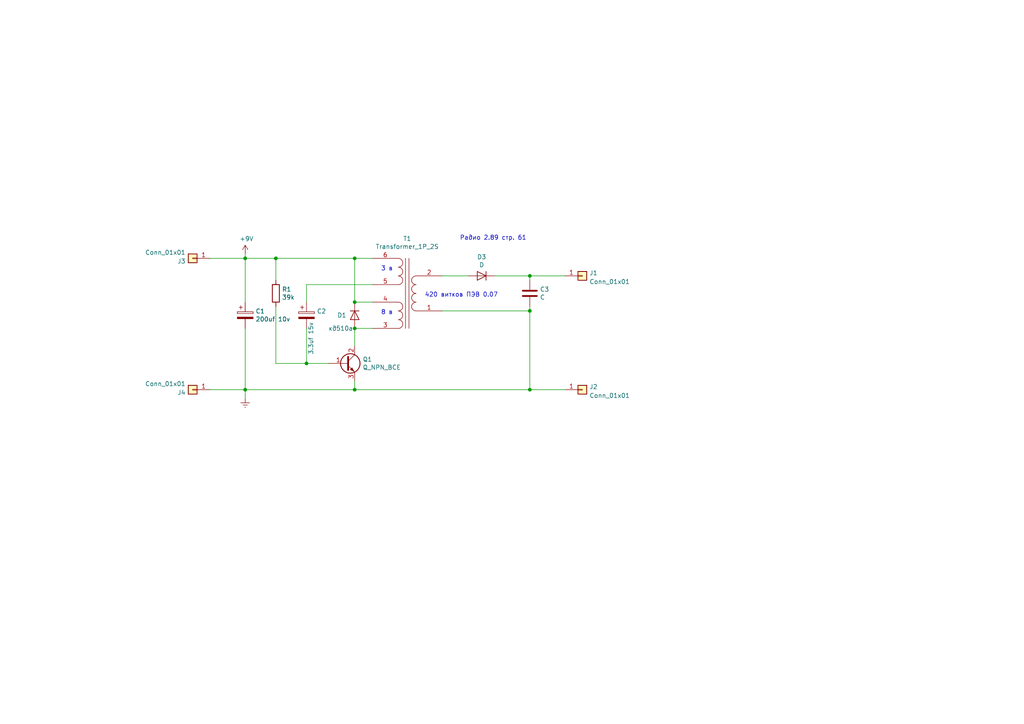
<source format=kicad_sch>
(kicad_sch (version 20211123) (generator eeschema)
  (paper "A4")
  (lib_symbols
    (symbol "Connector_Generic:Conn_01x01" (pin_names (offset 1.016) hide)
      (property "Reference" "J" (at 0 2.54 0))
      (property "Value" "Conn_01x01" (at 0 -2.54 0))
      (symbol "Conn_01x01_1_1"
        (rectangle (start -1.27 0.127) (end 0 -0.127) (stroke (width 0.1524)))
        (rectangle (start -1.27 1.27) (end 1.27 -1.27) (stroke (width 0.254)) (fill (type background)))
        (pin passive line (at -5.08 0 0) (length 3.81) (name "Pin_1") (number "1"))
      )
    )
    (symbol "device:C" (pin_numbers hide) (pin_names (offset 0.254))
      (property "Reference" "C" (at 0.635 2.54 0))
      (property "Value" "device_C" (at 0.635 -2.54 0))
      (symbol "C_0_1"
        (polyline (pts (xy -2.032 -0.762) (xy 2.032 -0.762)) (stroke (width 0.508)))
        (polyline (pts (xy -2.032 0.762) (xy 2.032 0.762)) (stroke (width 0.508)))
      )
      (symbol "C_1_1"
        (pin passive line (at 0 3.81 270) (length 2.794) (name "~") (number "1"))
        (pin passive line (at 0 -3.81 90) (length 2.794) (name "~") (number "2"))
      )
    )
    (symbol "device:CP" (pin_numbers hide) (pin_names (offset 0.254))
      (property "Reference" "C" (at 0.635 2.54 0))
      (property "Value" "device_CP" (at 0.635 -2.54 0))
      (symbol "CP_0_1"
        (rectangle (start -2.286 0.508) (end -2.286 1.016))
        (rectangle (start -2.286 0.508) (end 2.286 0.508))
        (polyline (pts (xy -1.778 2.286) (xy -0.762 2.286)))
        (polyline (pts (xy -1.27 2.794) (xy -1.27 1.778)))
        (rectangle (start 2.286 -0.508) (end -2.286 -1.016) (fill (type outline)))
        (rectangle (start 2.286 1.016) (end -2.286 1.016))
        (rectangle (start 2.286 1.016) (end 2.286 0.508))
      )
      (symbol "CP_1_1"
        (pin passive line (at 0 3.81 270) (length 2.794) (name "~") (number "1"))
        (pin passive line (at 0 -3.81 90) (length 2.794) (name "~") (number "2"))
      )
    )
    (symbol "device:D" (pin_numbers hide) (pin_names (offset 1.016) hide)
      (property "Reference" "D" (at 0 2.54 0))
      (property "Value" "device_D" (at 0 -2.54 0))
      (symbol "D_0_1"
        (polyline (pts (xy -1.27 1.27) (xy -1.27 -1.27)) (stroke (width 0.2032)))
        (polyline (pts (xy 1.27 0) (xy -1.27 0)))
        (polyline (pts (xy 1.27 1.27) (xy 1.27 -1.27) (xy -1.27 0) (xy 1.27 1.27)) (stroke (width 0.2032)))
      )
      (symbol "D_1_1"
        (pin passive line (at -3.81 0 0) (length 2.54) (name "K") (number "1"))
        (pin passive line (at 3.81 0 180) (length 2.54) (name "A") (number "2"))
      )
    )
    (symbol "device:Q_NPN_BCE" (pin_names (offset 0) hide)
      (property "Reference" "Q" (at 5.08 1.27 0))
      (property "Value" "device_Q_NPN_BCE" (at 5.08 -1.27 0))
      (symbol "Q_NPN_BCE_0_1"
        (polyline (pts (xy 0.635 0.635) (xy 2.54 2.54)))
        (polyline (pts (xy 0.635 -0.635) (xy 2.54 -2.54) (xy 2.54 -2.54)))
        (polyline (pts (xy 0.635 1.905) (xy 0.635 -1.905) (xy 0.635 -1.905)) (stroke (width 0.508)))
        (polyline (pts (xy 1.27 -1.778) (xy 1.778 -1.27) (xy 2.286 -2.286) (xy 1.27 -1.778) (xy 1.27 -1.778)) (fill (type outline)))
        (circle (center 1.27 0) (radius 2.8194) (stroke (width 0.254)))
      )
      (symbol "Q_NPN_BCE_1_1"
        (pin input line (at -5.08 0 0) (length 5.715) (name "B") (number "1"))
        (pin passive line (at 2.54 5.08 270) (length 2.54) (name "C") (number "2"))
        (pin passive line (at 2.54 -5.08 90) (length 2.54) (name "E") (number "3"))
      )
    )
    (symbol "device:R" (pin_numbers hide) (pin_names (offset 0))
      (property "Reference" "R" (at 2.032 0 90))
      (property "Value" "device_R" (at 0 0 90))
      (symbol "R_0_1"
        (rectangle (start -1.016 -2.54) (end 1.016 2.54) (stroke (width 0.254)))
      )
      (symbol "R_1_1"
        (pin passive line (at 0 3.81 270) (length 1.27) (name "~") (number "1"))
        (pin passive line (at 0 -3.81 90) (length 1.27) (name "~") (number "2"))
      )
    )
    (symbol "device:Transformer_1P_2S" (pin_names (offset 1.016) hide)
      (property "Reference" "T" (at 0 12.7 0))
      (property "Value" "device_Transformer_1P_2S" (at 0 -12.7 0))
      (symbol "Transformer_1P_2S_0_1"
        (arc (start -2.54 -5.0546) (mid -1.6561 -4.6863) (end -1.27 -3.81))
        (arc (start -2.54 -2.5146) (mid -1.6561 -2.1463) (end -1.27 -1.27))
        (arc (start -2.54 0.0254) (mid -1.6561 0.3937) (end -1.27 1.27))
        (arc (start -2.54 2.5654) (mid -1.6561 2.9337) (end -1.27 3.81))
        (arc (start -1.27 -3.81) (mid -1.642 -2.912) (end -2.54 -2.54))
        (arc (start -1.27 -1.27) (mid -1.642 -0.372) (end -2.54 0))
        (arc (start -1.27 1.27) (mid -1.642 2.168) (end -2.54 2.54))
        (arc (start -1.27 3.81) (mid -1.642 4.708) (end -2.54 5.08))
        (polyline (pts (xy -0.508 -10.16) (xy -0.508 10.16)))
        (polyline (pts (xy 0.508 10.16) (xy 0.508 -10.16)))
        (arc (start 1.2954 -8.89) (mid 1.6599 -9.7701) (end 2.54 -10.1346))
        (arc (start 1.2954 -6.35) (mid 1.6599 -7.2301) (end 2.54 -7.5946))
        (arc (start 1.2954 -3.81) (mid 1.6599 -4.6901) (end 2.54 -5.0546))
        (arc (start 1.2954 3.81) (mid 1.6599 2.9299) (end 2.54 2.5654))
        (arc (start 1.2954 6.35) (mid 1.6599 5.4699) (end 2.54 5.1054))
        (arc (start 1.2954 8.89) (mid 1.6599 8.0099) (end 2.54 7.6454))
        (arc (start 2.54 -7.62) (mid 1.6456 -7.9883) (end 1.2954 -8.89))
        (arc (start 2.54 -5.08) (mid 1.6456 -5.4483) (end 1.2954 -6.35))
        (arc (start 2.54 -2.54) (mid 1.6456 -2.9083) (end 1.2954 -3.81))
        (arc (start 2.54 5.08) (mid 1.6456 4.7117) (end 1.2954 3.81))
        (arc (start 2.54 7.62) (mid 1.6456 7.2517) (end 1.2954 6.35))
        (arc (start 2.54 10.16) (mid 1.6456 9.7917) (end 1.2954 8.89))
      )
      (symbol "Transformer_1P_2S_1_1"
        (pin passive line (at -10.16 5.08 0) (length 7.62) (name "AA") (number "1"))
        (pin passive line (at -10.16 -5.08 0) (length 7.62) (name "AB") (number "2"))
        (pin passive line (at 10.16 10.16 180) (length 7.62) (name "SA") (number "3"))
        (pin passive line (at 10.16 2.54 180) (length 7.62) (name "SB") (number "4"))
        (pin passive line (at 10.16 -2.54 180) (length 7.62) (name "SC") (number "5"))
        (pin passive line (at 10.16 -10.16 180) (length 7.62) (name "SD") (number "6"))
      )
    )
    (symbol "power:+9V" (power) (pin_names (offset 0))
      (property "Value" "+9V" (at 0 3.556 0))
      (symbol "+9V_0_1"
        (polyline (pts (xy -0.762 1.27) (xy 0 2.54)))
        (polyline (pts (xy 0 0) (xy 0 2.54)))
        (polyline (pts (xy 0 2.54) (xy 0.762 1.27)))
      )
      (symbol "+9V_1_1"
        (pin power_in line (at 0 0 90) (length 0) hide (name "+9V") (number "1"))
      )
    )
    (symbol "power:Earth" (power) (pin_names (offset 0))
      (symbol "Earth_0_1"
        (polyline (pts (xy -0.635 -1.905) (xy 0.635 -1.905)))
        (polyline (pts (xy -0.127 -2.54) (xy 0.127 -2.54)))
        (polyline (pts (xy 0 -1.27) (xy 0 0)))
        (polyline (pts (xy 1.27 -1.27) (xy -1.27 -1.27)))
      )
      (symbol "Earth_1_1"
        (pin power_in line (at 0 0 270) (length 0) hide (name "Earth") (number "1"))
      )
    )
  )
  (junction (at 71.12 113.03))
  (junction (at 80.01 74.93))
  (junction (at 102.87 74.93))
  (junction (at 153.67 80.01))
  (junction (at 153.67 113.03))
  (junction (at 153.67 90.17))
  (junction (at 102.87 113.03))
  (junction (at 102.87 87.63))
  (junction (at 71.12 74.93))
  (junction (at 102.87 95.25))
  (junction (at 88.9 105.41))
  (wire (pts (xy 80.01 74.93) (xy 102.87 74.93)))
  (wire (pts (xy 71.12 73.66) (xy 71.12 74.93)))
  (wire (pts (xy 153.67 113.03) (xy 163.83 113.03)))
  (wire (pts (xy 153.67 90.17) (xy 153.67 88.9)))
  (wire (pts (xy 71.12 95.25) (xy 71.12 113.03)))
  (wire (pts (xy 60.96 74.93) (xy 71.12 74.93)))
  (wire (pts (xy 143.51 80.01) (xy 153.67 80.01)))
  (wire (pts (xy 88.9 95.25) (xy 88.9 105.41)))
  (wire (pts (xy 71.12 113.03) (xy 71.12 115.57)))
  (wire (pts (xy 71.12 113.03) (xy 102.87 113.03)))
  (wire (pts (xy 88.9 87.63) (xy 88.9 82.55)))
  (wire (pts (xy 102.87 74.93) (xy 102.87 87.63)))
  (wire (pts (xy 128.27 80.01) (xy 135.89 80.01)))
  (wire (pts (xy 80.01 81.28) (xy 80.01 74.93)))
  (wire (pts (xy 80.01 105.41) (xy 88.9 105.41)))
  (wire (pts (xy 107.95 74.93) (xy 102.87 74.93)))
  (wire (pts (xy 102.87 110.49) (xy 102.87 113.03)))
  (wire (pts (xy 128.27 90.17) (xy 153.67 90.17)))
  (wire (pts (xy 102.87 87.63) (xy 107.95 87.63)))
  (wire (pts (xy 153.67 80.01) (xy 153.67 81.28)))
  (wire (pts (xy 60.96 113.03) (xy 71.12 113.03)))
  (wire (pts (xy 153.67 90.17) (xy 153.67 113.03)))
  (wire (pts (xy 102.87 95.25) (xy 102.87 100.33)))
  (wire (pts (xy 71.12 74.93) (xy 71.12 87.63)))
  (wire (pts (xy 102.87 113.03) (xy 153.67 113.03)))
  (wire (pts (xy 80.01 88.9) (xy 80.01 105.41)))
  (wire (pts (xy 88.9 82.55) (xy 107.95 82.55)))
  (wire (pts (xy 107.95 95.25) (xy 102.87 95.25)))
  (wire (pts (xy 153.67 80.01) (xy 163.83 80.01)))
  (wire (pts (xy 80.01 74.93) (xy 71.12 74.93)))
  (wire (pts (xy 88.9 105.41) (xy 95.25 105.41)))
  (text "420 витков ПЭВ 0.07" (at 123.19 86.36 0) (effects (font (size 1.27 1.27)) (justify left bottom)))
  (text "Радио 2.89 стр. 61" (at 133.35 69.85 0) (effects (font (size 1.27 1.27)) (justify left bottom)))
  (text "3 в" (at 110.49 78.74 0) (effects (font (size 1.27 1.27)) (justify left bottom)))
  (text "8 в" (at 110.49 91.44 0) (effects (font (size 1.27 1.27)) (justify left bottom)))
  (symbol (lib_id "device:Transformer_1P_2S") (at 118.11 85.09 180) (unit 1)
    (property "Reference" "T1" (at 118.11 69.215 0))
    (property "Value" "Transformer_1P_2S" (at 118.11 71.5264 0))
    (property "Footprint" "Pin_Headers:Pin_Header_Straight_1x06_Pitch2.54mm" (effects hide))
  )
  (symbol (lib_id "device:Q_NPN_BCE") (at 100.33 105.41 0) (unit 1)
    (property "Reference" "Q1" (at 105.1814 104.2416 0) (effects (justify left)))
    (property "Value" "Q_NPN_BCE" (at 105.1814 106.553 0) (effects (justify left)))
    (property "Footprint" "Package_TO_SOT_SMD:SOT-223-3_TabPin2" (effects hide))
  )
  (symbol (lib_id "device:D") (at 102.87 91.44 270) (unit 1)
    (property "Reference" "D1" (at 97.79 91.44 90) (effects (justify left)))
    (property "Value" "кд510а" (at 95.25 95.25 90) (effects (justify left)))
    (property "Footprint" "Diode_THT:D_DO-41_SOD81_P5.08mm_Vertical_AnodeUp" (effects hide))
  )
  (symbol (lib_id "device:CP") (at 71.12 91.44 0) (unit 1)
    (property "Reference" "C1" (at 74.1172 90.2716 0) (effects (justify left)))
    (property "Value" "200uf 10v" (at 74.1172 92.583 0) (effects (justify left)))
    (property "Footprint" "Capacitor_THT:CP_Radial_D10.0mm_P2.50mm_P5.00mm" (effects hide))
  )
  (symbol (lib_id "device:CP") (at 88.9 91.44 0) (unit 1)
    (property "Reference" "C2" (at 91.8972 90.2716 0) (effects (justify left)))
    (property "Value" "3.3uf 15v" (at 90.17 102.87 90) (effects (justify left)))
    (property "Footprint" "Capacitor_THT:CP_Radial_D6.3mm_P2.50mm" (effects hide))
  )
  (symbol (lib_id "device:C") (at 153.67 85.09 180) (unit 1)
    (property "Reference" "C3" (at 156.591 83.9216 0) (effects (justify right)))
    (property "Value" "C" (at 156.591 86.233 0) (effects (justify right)))
    (property "Footprint" "Capacitors_THT:C_Rect_L28.0mm_W8.0mm_P22.50mm_MKS4" (effects hide))
  )
  (symbol (lib_id "device:R") (at 80.01 85.09 0) (unit 1)
    (property "Reference" "R1" (at 81.788 83.9216 0) (effects (justify left)))
    (property "Value" "39k" (at 81.788 86.233 0) (effects (justify left)))
    (property "Footprint" "Resistors_THT:R_Axial_DIN0207_L6.3mm_D2.5mm_P10.16mm_Horizontal" (effects hide))
  )
  (symbol (lib_id "device:D") (at 139.7 80.01 180) (unit 1)
    (property "Reference" "D3" (at 139.7 74.5236 0))
    (property "Value" "D" (at 139.7 76.835 0))
    (property "Footprint" "Diodes_THT:D_DO-35_SOD27_P12.70mm_Horizontal" (effects hide))
  )
  (symbol (lib_id "power:Earth") (at 71.12 115.57 0) (unit 1)
    (property "Reference" "#PWR0101" (effects hide))
    (property "Value" "Earth" (effects hide))
  )
  (symbol (lib_id "power:+9V") (at 71.12 73.66 0) (unit 1)
    (property "Reference" "#PWR0102" (effects hide))
    (property "Value" "+9V" (at 71.501 69.2658 0))
  )
  (symbol (lib_id "Connector_Generic:Conn_01x01") (at 168.91 113.03 0) (unit 1)
    (property "Reference" "J2" (at 170.942 112.1953 0) (effects (justify left)))
    (property "Value" "Conn_01x01" (at 170.942 114.7322 0) (effects (justify left)))
    (property "Footprint" "Pin_Headers:Pin_Header_Straight_1x01_Pitch2.54mm" (effects hide))
  )
  (symbol (lib_id "Connector_Generic:Conn_01x01") (at 168.91 80.01 0) (unit 1)
    (property "Reference" "J1" (at 170.942 79.1753 0) (effects (justify left)))
    (property "Value" "Conn_01x01" (at 170.942 81.7122 0) (effects (justify left)))
    (property "Footprint" "Pin_Headers:Pin_Header_Straight_1x01_Pitch2.54mm" (effects hide))
  )
  (symbol (lib_id "Connector_Generic:Conn_01x01") (at 55.88 74.93 180) (unit 1)
    (property "Reference" "J3" (at 53.848 75.7647 0) (effects (justify left)))
    (property "Value" "Conn_01x01" (at 53.848 73.2278 0) (effects (justify left)))
    (property "Footprint" "Pin_Headers:Pin_Header_Straight_1x01_Pitch2.54mm" (effects hide))
  )
  (symbol (lib_id "Connector_Generic:Conn_01x01") (at 55.88 113.03 180) (unit 1)
    (property "Reference" "J4" (at 53.848 113.8647 0) (effects (justify left)))
    (property "Value" "Conn_01x01" (at 53.848 111.3278 0) (effects (justify left)))
    (property "Footprint" "Pin_Headers:Pin_Header_Straight_1x01_Pitch2.54mm" (effects hide))
  )
)
</source>
